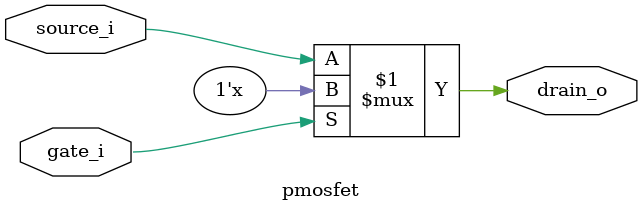
<source format=sv>
module pmosfet
  (input [0:0] gate_i
  ,input [0:0] source_i
  ,output [0:0] drain_o);

   assign drain_o = gate_i ? 1'bz : source_i;

endmodule
	   

</source>
